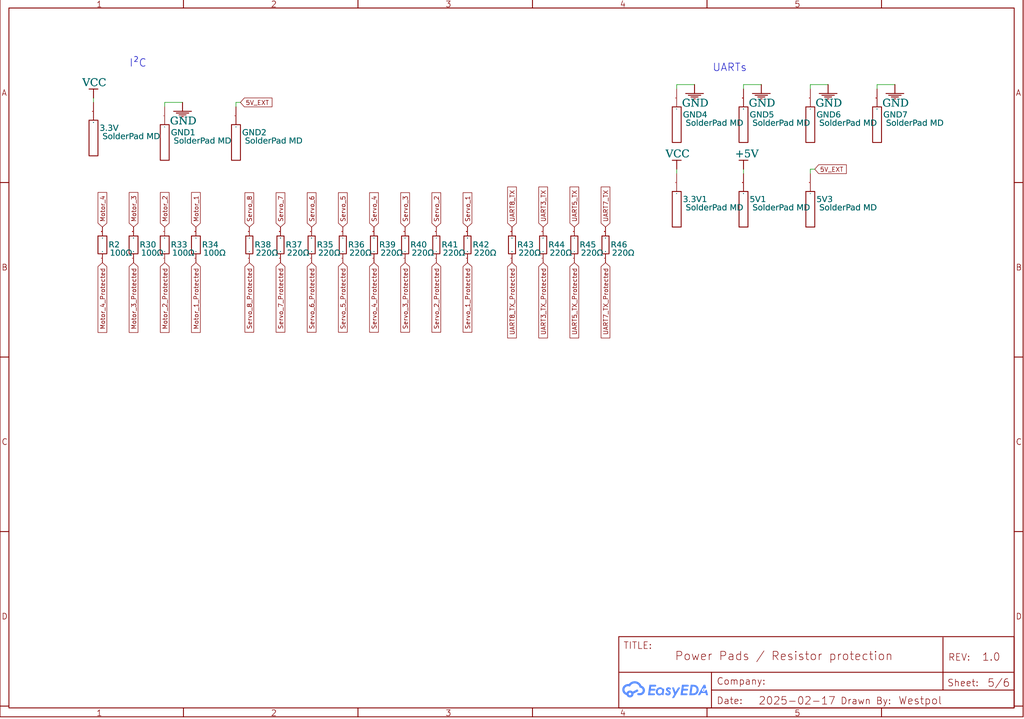
<source format=kicad_sch>
(kicad_sch (version 20250114) (generator "eeschema") (generator_version "9.0")
  (paper "User" 292.1 205.105)
  (lib_symbols
    (symbol "+5V" (power) (pin_numbers (hide yes)) (pin_names (hide yes))
      (property "Value" "+5V" (at 0 -3.81 0))
      (symbol "+5V_0_0"
        (pin power_in line (at 0 0 270) (length 0) (name "+5V") (number "1"))
      )
    )
    (symbol "CR0402FF2200G"
      (property "Reference" "R35" (at 1.524 0.8763 0))
      (property "Value" "220Ω" (at 1.524 -1.4097 0))
      (symbol "CR0402FF2200G_0_0"
        (pin input line (at 0 5.08 270) (length 2.54) (name "2") (number "2"))
        (pin input line (at 0 -5.08 90) (length 2.54) (name "1") (number "1"))
      )
    )
    (symbol "CR0402FF2200G_1"
      (property "Reference" "R36" (at 1.524 0.8763 0))
      (property "Value" "220Ω" (at 1.524 -1.4097 0))
      (symbol "CR0402FF2200G_1_0_0"
        (pin input line (at 0 5.08 270) (length 2.54) (name "2") (number "2"))
        (pin input line (at 0 -5.08 90) (length 2.54) (name "1") (number "1"))
      )
    )
    (symbol "CR0402FF2200G_10"
      (property "Reference" "R45" (at 1.524 0.8763 0))
      (property "Value" "220Ω" (at 1.524 -1.4097 0))
      (symbol "CR0402FF2200G_10_0_0"
        (pin input line (at 0 5.08 270) (length 2.54) (name "2") (number "2"))
        (pin input line (at 0 -5.08 90) (length 2.54) (name "1") (number "1"))
      )
    )
    (symbol "CR0402FF2200G_11"
      (property "Reference" "R46" (at 1.524 0.8763 0))
      (property "Value" "220Ω" (at 1.524 -1.4097 0))
      (symbol "CR0402FF2200G_11_0_0"
        (pin input line (at 0 5.08 270) (length 2.54) (name "2") (number "2"))
        (pin input line (at 0 -5.08 90) (length 2.54) (name "1") (number "1"))
      )
    )
    (symbol "CR0402FF2200G_2"
      (property "Reference" "R37" (at 1.524 0.8763 0))
      (property "Value" "220Ω" (at 1.524 -1.4097 0))
      (symbol "CR0402FF2200G_2_0_0"
        (pin input line (at 0 5.08 270) (length 2.54) (name "2") (number "2"))
        (pin input line (at 0 -5.08 90) (length 2.54) (name "1") (number "1"))
      )
    )
    (symbol "CR0402FF2200G_3"
      (property "Reference" "R38" (at 1.524 0.8763 0))
      (property "Value" "220Ω" (at 1.524 -1.4097 0))
      (symbol "CR0402FF2200G_3_0_0"
        (pin input line (at 0 5.08 270) (length 2.54) (name "2") (number "2"))
        (pin input line (at 0 -5.08 90) (length 2.54) (name "1") (number "1"))
      )
    )
    (symbol "CR0402FF2200G_4"
      (property "Reference" "R39" (at 1.524 0.8763 0))
      (property "Value" "220Ω" (at 1.524 -1.4097 0))
      (symbol "CR0402FF2200G_4_0_0"
        (pin input line (at 0 5.08 270) (length 2.54) (name "2") (number "2"))
        (pin input line (at 0 -5.08 90) (length 2.54) (name "1") (number "1"))
      )
    )
    (symbol "CR0402FF2200G_5"
      (property "Reference" "R40" (at 1.524 0.8763 0))
      (property "Value" "220Ω" (at 1.524 -1.4097 0))
      (symbol "CR0402FF2200G_5_0_0"
        (pin input line (at 0 5.08 270) (length 2.54) (name "2") (number "2"))
        (pin input line (at 0 -5.08 90) (length 2.54) (name "1") (number "1"))
      )
    )
    (symbol "CR0402FF2200G_6"
      (property "Reference" "R41" (at 1.524 0.8763 0))
      (property "Value" "220Ω" (at 1.524 -1.4097 0))
      (symbol "CR0402FF2200G_6_0_0"
        (pin input line (at 0 5.08 270) (length 2.54) (name "2") (number "2"))
        (pin input line (at 0 -5.08 90) (length 2.54) (name "1") (number "1"))
      )
    )
    (symbol "CR0402FF2200G_7"
      (property "Reference" "R42" (at 1.524 0.8763 0))
      (property "Value" "220Ω" (at 1.524 -1.4097 0))
      (symbol "CR0402FF2200G_7_0_0"
        (pin input line (at 0 5.08 270) (length 2.54) (name "2") (number "2"))
        (pin input line (at 0 -5.08 90) (length 2.54) (name "1") (number "1"))
      )
    )
    (symbol "CR0402FF2200G_8"
      (property "Reference" "R43" (at 1.524 0.8763 0))
      (property "Value" "220Ω" (at 1.524 -1.4097 0))
      (symbol "CR0402FF2200G_8_0_0"
        (pin input line (at 0 5.08 270) (length 2.54) (name "2") (number "2"))
        (pin input line (at 0 -5.08 90) (length 2.54) (name "1") (number "1"))
      )
    )
    (symbol "CR0402FF2200G_9"
      (property "Reference" "R44" (at 1.524 0.8763 0))
      (property "Value" "220Ω" (at 1.524 -1.4097 0))
      (symbol "CR0402FF2200G_9_0_0"
        (pin input line (at 0 5.08 270) (length 2.54) (name "2") (number "2"))
        (pin input line (at 0 -5.08 90) (length 2.54) (name "1") (number "1"))
      )
    )
    (symbol "GND" (power) (pin_numbers (hide yes)) (pin_names (hide yes))
      (property "Value" "GND" (at 0 -6.35 0))
      (symbol "GND_0_0"
        (pin power_in line (at 0 0 270) (length 0) (name "GND") (number "1"))
      )
    )
    (symbol "RC0402FR-07100RL_C2935235"
      (property "Reference" "R2" (at 1.778 0.8763 0))
      (property "Value" "100Ω" (at 1.778 -1.4097 0))
      (symbol "RC0402FR-07100RL_C2935235_0_0"
        (pin unspecified line (at 0 5.08 270) (length 2.54) (name "2") (number "2"))
        (pin unspecified line (at 0 -5.08 90) (length 2.54) (name "1") (number "1"))
      )
    )
    (symbol "RC0402FR-07100RL_C2935235_1"
      (property "Reference" "R30" (at 1.778 0.8763 0))
      (property "Value" "100Ω" (at 1.778 -1.4097 0))
      (symbol "RC0402FR-07100RL_C2935235_1_0_0"
        (pin unspecified line (at 0 5.08 270) (length 2.54) (name "2") (number "2"))
        (pin unspecified line (at 0 -5.08 90) (length 2.54) (name "1") (number "1"))
      )
    )
    (symbol "RC0402FR-07100RL_C2935235_2"
      (property "Reference" "R33" (at 1.778 0.8763 0))
      (property "Value" "100Ω" (at 1.778 -1.4097 0))
      (symbol "RC0402FR-07100RL_C2935235_2_0_0"
        (pin unspecified line (at 0 5.08 270) (length 2.54) (name "2") (number "2"))
        (pin unspecified line (at 0 -5.08 90) (length 2.54) (name "1") (number "1"))
      )
    )
    (symbol "RC0402FR-07100RL_C2935235_3"
      (property "Reference" "R34" (at 1.778 0.8763 0))
      (property "Value" "100Ω" (at 1.778 -1.4097 0))
      (symbol "RC0402FR-07100RL_C2935235_3_0_0"
        (pin unspecified line (at 0 5.08 270) (length 2.54) (name "2") (number "2"))
        (pin unspecified line (at 0 -5.08 90) (length 2.54) (name "1") (number "1"))
      )
    )
    (symbol "SolderPad MD"
      (property "Reference" "GND1" (at 1.778 -1.4097 0))
      (property "Value" "SolderPad MD" (at 1.778 -3.7211 0))
      (symbol "SolderPad MD_0_0"
        (pin unspecified line (at 0 5.08 270) (length 5.08) (name "1") (number "1"))
      )
    )
    (symbol "SolderPad MD_1"
      (property "Reference" "GND4" (at 1.778 -1.4097 0))
      (property "Value" "SolderPad MD" (at 1.778 -3.7211 0))
      (symbol "SolderPad MD_1_0_0"
        (pin unspecified line (at 0 5.08 270) (length 5.08) (name "1") (number "1"))
      )
    )
    (symbol "SolderPad MD_2"
      (property "Reference" "3.3V" (at 1.778 -1.4097 0))
      (property "Value" "SolderPad MD" (at 1.778 -3.7211 0))
      (symbol "SolderPad MD_2_0_0"
        (pin unspecified line (at 0 5.08 270) (length 5.08) (name "1") (number "1"))
      )
    )
    (symbol "SolderPad MD_3"
      (property "Reference" "GND5" (at 1.778 -1.4097 0))
      (property "Value" "SolderPad MD" (at 1.778 -3.7211 0))
      (symbol "SolderPad MD_3_0_0"
        (pin unspecified line (at 0 5.08 270) (length 5.08) (name "1") (number "1"))
      )
    )
    (symbol "SolderPad MD_4"
      (property "Reference" "GND6" (at 1.778 -1.4097 0))
      (property "Value" "SolderPad MD" (at 1.778 -3.7211 0))
      (symbol "SolderPad MD_4_0_0"
        (pin unspecified line (at 0 5.08 270) (length 5.08) (name "1") (number "1"))
      )
    )
    (symbol "SolderPad MD_5"
      (property "Reference" "GND7" (at 1.778 -1.4097 0))
      (property "Value" "SolderPad MD" (at 1.778 -3.7211 0))
      (symbol "SolderPad MD_5_0_0"
        (pin unspecified line (at 0 5.08 270) (length 5.08) (name "1") (number "1"))
      )
    )
    (symbol "SolderPad MD_6"
      (property "Reference" "3.3V1" (at 1.778 -1.4097 0))
      (property "Value" "SolderPad MD" (at 1.778 -3.7211 0))
      (symbol "SolderPad MD_6_0_0"
        (pin unspecified line (at 0 5.08 270) (length 5.08) (name "1") (number "1"))
      )
    )
    (symbol "SolderPad MD_7"
      (property "Reference" "5V1" (at 1.778 -1.4097 0))
      (property "Value" "SolderPad MD" (at 1.778 -3.7211 0))
      (symbol "SolderPad MD_7_0_0"
        (pin unspecified line (at 0 5.08 270) (length 5.08) (name "1") (number "1"))
      )
    )
    (symbol "SolderPad MD_8"
      (property "Reference" "5V3" (at 1.778 -1.4097 0))
      (property "Value" "SolderPad MD" (at 1.778 -3.7211 0))
      (symbol "SolderPad MD_8_0_0"
        (pin unspecified line (at 0 5.08 270) (length 5.08) (name "1") (number "1"))
      )
    )
    (symbol "SolderPad MD_9"
      (property "Reference" "GND2" (at 1.778 -1.4097 0))
      (property "Value" "SolderPad MD" (at 1.778 -3.7211 0))
      (symbol "SolderPad MD_9_0_0"
        (pin unspecified line (at 0 5.08 270) (length 5.08) (name "1") (number "1"))
      )
    )
    (symbol "Unknown_0_-806"
      (symbol "Unknown_0_-806_0_0"
        (text "A" (at 0.381 -25.7429 0) (effects (font (size 1.6891 1.6891)) (justify left top)))
        (text "B" (at 0.381 -75.5269 0) (effects (font (size 1.6891 1.6891)) (justify left top)))
        (text "C" (at 0.381 -125.3109 0) (effects (font (size 1.6891 1.6891)) (justify left top)))
        (text "D" (at 0.381 -175.0949 0) (effects (font (size 1.6891 1.6891)) (justify left top)))
        (text "1" (at 27.432 -0.4699 0) (effects (font (size 1.6891 1.6891)) (justify left top)))
        (text "1" (at 27.432 -202.6539 0) (effects (font (size 1.6891 1.6891)) (justify left top)))
        (text "2" (at 77.216 -0.4699 0) (effects (font (size 1.6891 1.6891)) (justify left top)))
        (text "2" (at 77.216 -202.6539 0) (effects (font (size 1.6891 1.6891)) (justify left top)))
        (text "3" (at 127 -0.4699 0) (effects (font (size 1.6891 1.6891)) (justify left top)))
        (text "3" (at 127 -202.6539 0) (effects (font (size 1.6891 1.6891)) (justify left top)))
        (text "4" (at 176.784 -0.4699 0) (effects (font (size 1.6891 1.6891)) (justify left top)))
        (text "4" (at 176.784 -202.6539 0) (effects (font (size 1.6891 1.6891)) (justify left top)))
        (text "TITLE:" (at 177.7746 -183.2356 0) (effects (font (size 1.9304 1.9304)) (justify left top)))
        (text "Power Pads / Resistor protection" (at 192.4304 -185.928 0) (effects (font (size 2.413 2.413)) (justify left top)))
        (text "Company:" (at 204.3684 -193.4464 0) (effects (font (size 1.9304 1.9304)) (justify left top)))
        (text "Date:" (at 204.3684 -198.9836 0) (effects (font (size 1.9304 1.9304)) (justify left top)))
        (text "2025-02-17" (at 216.3064 -198.8439 0) (effects (font (size 2.1717 2.1717)) (justify left top)))
        (text "5" (at 226.568 -0.4699 0) (effects (font (size 1.6891 1.6891)) (justify left top)))
        (text "5" (at 226.568 -202.6539 0) (effects (font (size 1.6891 1.6891)) (justify left top)))
        (text "Drawn By:" (at 239.6744 -199.0344 0) (effects (font (size 1.9304 1.9304)) (justify left top)))
        (text "Westpol" (at 256.1844 -198.7931 0) (effects (font (size 2.1717 2.1717)) (justify left top)))
        (text "Sheet:" (at 270.1544 -193.9036 0) (effects (font (size 1.9304 1.9304)) (justify left top)))
        (text "REV:" (at 270.4084 -186.5884 0) (effects (font (size 1.9304 1.9304)) (justify left top)))
        (text "1.0" (at 280.0604 -186.3471 0) (effects (font (size 2.1717 2.1717)) (justify left top)))
        (text "5/6" (at 281.5844 -193.7639 0) (effects (font (size 2.1717 2.1717)) (justify left top)))
        (text "A" (at 289.687 -25.7429 0) (effects (font (size 1.6891 1.6891)) (justify left top)))
        (text "B" (at 289.687 -75.5269 0) (effects (font (size 1.6891 1.6891)) (justify left top)))
        (text "C" (at 289.687 -125.3109 0) (effects (font (size 1.6891 1.6891)) (justify left top)))
        (text "D" (at 289.687 -175.0949 0) (effects (font (size 1.6891 1.6891)) (justify left top)))
      )
    )
    (symbol "VCC" (power) (pin_numbers (hide yes)) (pin_names (hide yes))
      (property "Value" "VCC" (at 0 -3.81 0))
      (symbol "VCC_0_0"
        (pin power_in line (at 0 0 270) (length 0) (name "VCC") (number "1"))
      )
    )
  )
  (text "I²C" (at 36.83 16.8783 0) (effects (font (size 2.1717 2.1717)) (justify left top)))
  (text "UARTs" (at 203.2 18.1483 0) (effects (font (size 2.1717 2.1717)) (justify left top)))
  (wire (pts (xy 193.04 48.26) (xy 193.04 49.53)))
  (wire (pts (xy 193.04 24.13) (xy 193.04 25.4)))
  (wire (pts (xy 46.99 29.21) (xy 46.99 30.48)))
  (wire (pts (xy 231.14 48.26) (xy 231.14 49.53)))
  (wire (pts (xy 232.41 48.26) (xy 231.14 48.26)))
  (wire (pts (xy 198.12 24.13) (xy 193.04 24.13)))
  (wire (pts (xy 236.22 24.13) (xy 231.14 24.13)))
  (wire (pts (xy 67.31 29.21) (xy 67.31 30.48)))
  (wire (pts (xy 231.14 24.13) (xy 231.14 25.4)))
  (wire (pts (xy 26.67 27.94) (xy 26.67 29.21)))
  (wire (pts (xy 52.07 29.21) (xy 46.99 29.21)))
  (wire (pts (xy 217.17 24.13) (xy 212.09 24.13)))
  (wire (pts (xy 68.58 29.21) (xy 67.31 29.21)))
  (wire (pts (xy 212.09 48.26) (xy 212.09 49.53)))
  (wire (pts (xy 212.09 24.13) (xy 212.09 25.4)))
  (wire (pts (xy 255.27 24.13) (xy 250.19 24.13)))
  (wire (pts (xy 250.19 24.13) (xy 250.19 25.4)))
  (global_label "5V_EXT" (shape input) (at 232.41 48.26 0) (property "Intersheetrefs" "${INTERSHEET_REFS}" (effects (hide yes))))
  (global_label "Servo_5" (shape input) (at 97.79 64.77 90) (property "Intersheetrefs" "${INTERSHEET_REFS}" (effects (hide yes))))
  (global_label "UART8_TX" (shape input) (at 146.05 64.77 90) (property "Intersheetrefs" "${INTERSHEET_REFS}" (effects (hide yes))))
  (global_label "Motor_2" (shape input) (at 46.99 64.77 90) (property "Intersheetrefs" "${INTERSHEET_REFS}" (effects (hide yes))))
  (global_label "Motor_3_Protected" (shape input) (at 38.1 74.93 270) (property "Intersheetrefs" "${INTERSHEET_REFS}" (effects (hide yes))))
  (global_label "Servo_8_Protected" (shape input) (at 71.12 74.93 270) (property "Intersheetrefs" "${INTERSHEET_REFS}" (effects (hide yes))))
  (global_label "UART3_TX_Protected" (shape input) (at 154.94 74.93 270) (property "Intersheetrefs" "${INTERSHEET_REFS}" (effects (hide yes))))
  (global_label "Motor_2_Protected" (shape input) (at 46.99 74.93 270) (property "Intersheetrefs" "${INTERSHEET_REFS}" (effects (hide yes))))
  (global_label "Servo_8" (shape input) (at 71.12 64.77 90) (property "Intersheetrefs" "${INTERSHEET_REFS}" (effects (hide yes))))
  (global_label "Servo_7_Protected" (shape input) (at 80.01 74.93 270) (property "Intersheetrefs" "${INTERSHEET_REFS}" (effects (hide yes))))
  (global_label "5V_EXT" (shape input) (at 68.58 29.21 0) (property "Intersheetrefs" "${INTERSHEET_REFS}" (effects (hide yes))))
  (global_label "Servo_2" (shape input) (at 124.46 64.77 90) (property "Intersheetrefs" "${INTERSHEET_REFS}" (effects (hide yes))))
  (global_label "UART8_TX_Protected" (shape input) (at 146.05 74.93 270) (property "Intersheetrefs" "${INTERSHEET_REFS}" (effects (hide yes))))
  (global_label "Servo_3_Protected" (shape input) (at 115.57 74.93 270) (property "Intersheetrefs" "${INTERSHEET_REFS}" (effects (hide yes))))
  (global_label "Motor_3" (shape input) (at 38.1 64.77 90) (property "Intersheetrefs" "${INTERSHEET_REFS}" (effects (hide yes))))
  (global_label "UART5_TX_Protected" (shape input) (at 163.83 74.93 270) (property "Intersheetrefs" "${INTERSHEET_REFS}" (effects (hide yes))))
  (global_label "Servo_5_Protected" (shape input) (at 97.79 74.93 270) (property "Intersheetrefs" "${INTERSHEET_REFS}" (effects (hide yes))))
  (global_label "Servo_1" (shape input) (at 133.35 64.77 90) (property "Intersheetrefs" "${INTERSHEET_REFS}" (effects (hide yes))))
  (global_label "UART5_TX" (shape input) (at 163.83 64.77 90) (property "Intersheetrefs" "${INTERSHEET_REFS}" (effects (hide yes))))
  (global_label "UART7_TX_Protected" (shape input) (at 172.72 74.93 270) (property "Intersheetrefs" "${INTERSHEET_REFS}" (effects (hide yes))))
  (global_label "UART7_TX" (shape input) (at 172.72 64.77 90) (property "Intersheetrefs" "${INTERSHEET_REFS}" (effects (hide yes))))
  (global_label "Servo_4" (shape input) (at 106.68 64.77 90) (property "Intersheetrefs" "${INTERSHEET_REFS}" (effects (hide yes))))
  (global_label "Servo_6" (shape input) (at 88.9 64.77 90) (property "Intersheetrefs" "${INTERSHEET_REFS}" (effects (hide yes))))
  (global_label "Servo_3" (shape input) (at 115.57 64.77 90) (property "Intersheetrefs" "${INTERSHEET_REFS}" (effects (hide yes))))
  (global_label "Motor_1_Protected" (shape input) (at 55.88 74.93 270) (property "Intersheetrefs" "${INTERSHEET_REFS}" (effects (hide yes))))
  (global_label "Motor_4" (shape input) (at 29.21 64.77 90) (property "Intersheetrefs" "${INTERSHEET_REFS}" (effects (hide yes))))
  (global_label "Motor_1" (shape input) (at 55.88 64.77 90) (property "Intersheetrefs" "${INTERSHEET_REFS}" (effects (hide yes))))
  (global_label "Servo_2_Protected" (shape input) (at 124.46 74.93 270) (property "Intersheetrefs" "${INTERSHEET_REFS}" (effects (hide yes))))
  (global_label "Servo_4_Protected" (shape input) (at 106.68 74.93 270) (property "Intersheetrefs" "${INTERSHEET_REFS}" (effects (hide yes))))
  (global_label "Servo_7" (shape input) (at 80.01 64.77 90) (property "Intersheetrefs" "${INTERSHEET_REFS}" (effects (hide yes))))
  (global_label "Servo_1_Protected" (shape input) (at 133.35 74.93 270) (property "Intersheetrefs" "${INTERSHEET_REFS}" (effects (hide yes))))
  (global_label "UART3_TX" (shape input) (at 154.94 64.77 90) (property "Intersheetrefs" "${INTERSHEET_REFS}" (effects (hide yes))))
  (global_label "Servo_6_Protected" (shape input) (at 88.9 74.93 270) (property "Intersheetrefs" "${INTERSHEET_REFS}" (effects (hide yes))))
  (global_label "Motor_4_Protected" (shape input) (at 29.21 74.93 270) (property "Intersheetrefs" "${INTERSHEET_REFS}" (effects (hide yes))))
  (symbol (lib_id "SolderPad MD_8") (at 231.14 54.61 0) (unit 0)
    (property "Reference" "5V3" (at 232.918 56.0197 0) (effects (font (size 1.6891 1.6891)) (justify left top)))
    (property "Value" "SolderPad MD" (at 232.918 58.3311 0) (effects (font (size 1.6891 1.6891)) (justify left top)))
  )
  (symbol (lib_id "CR0402FF2200G_8") (at 146.05 69.85 0) (unit 0)
    (property "Reference" "R43" (at 147.574 68.9737 0) (effects (font (size 1.6891 1.6891)) (justify left top)))
    (property "Value" "220Ω" (at 147.574 71.2597 0) (effects (font (size 1.6891 1.6891)) (justify left top)))
    (property "Manufacturer Part" "CR0402FF2200G" (effects (hide yes)))
    (property "Manufacturer" "LIZ(丽智电子)" (effects (hide yes)))
    (property "Supplier Part" "C100308" (effects (hide yes)))
    (property "Supplier" "LCSC" (effects (hide yes)))
  )
  (symbol (lib_id "CR0402FF2200G_11") (at 172.72 69.85 0) (unit 0)
    (property "Reference" "R46" (at 174.244 68.9737 0) (effects (font (size 1.6891 1.6891)) (justify left top)))
    (property "Value" "220Ω" (at 174.244 71.2597 0) (effects (font (size 1.6891 1.6891)) (justify left top)))
    (property "Manufacturer Part" "CR0402FF2200G" (effects (hide yes)))
    (property "Manufacturer" "LIZ(丽智电子)" (effects (hide yes)))
    (property "Supplier Part" "C100308" (effects (hide yes)))
    (property "Supplier" "LCSC" (effects (hide yes)))
  )
  (symbol (lib_id "RC0402FR-07100RL_C2935235") (at 29.21 69.85 0) (unit 0)
    (property "Reference" "R2" (at 30.988 68.9737 0) (effects (font (size 1.6891 1.6891)) (justify left top)))
    (property "Value" "100Ω" (at 30.988 71.2597 0) (effects (font (size 1.6891 1.6891)) (justify left top)))
    (property "Datasheet" "https://lcsc.com/eda_search?q=C2935235&%26type=1&ref=editor" (effects (hide yes)))
    (property "Manufacturer Part" "RC0402FR-07100RL" (effects (hide yes)))
    (property "Manufacturer" "YAGEO(国巨)" (effects (hide yes)))
    (property "Supplier Part" "C2935235" (effects (hide yes)))
    (property "Supplier" "LCSC" (effects (hide yes)))
  )
  (symbol (lib_id "SolderPad MD_6") (at 193.04 54.61 0) (unit 0)
    (property "Reference" "3.3V1" (at 194.818 56.0197 0) (effects (font (size 1.6891 1.6891)) (justify left top)))
    (property "Value" "SolderPad MD" (at 194.818 58.3311 0) (effects (font (size 1.6891 1.6891)) (justify left top)))
  )
  (symbol (lib_id "+5V") (at 212.09 48.26 0) (mirror x) (unit 0)
    (property "Reference" "#PWR?" (effects (hide yes)))
    (property "Value" "+5V" (at 209.55 45.212 0) (effects (font (size 2.1717 2.1717)) (justify left top)))
    (property "Description" "Power symbol creates a global label with name '+5V'" (effects (hide yes)))
  )
  (symbol (lib_id "SolderPad MD_5") (at 250.19 30.48 0) (unit 0)
    (property "Reference" "GND7" (at 251.968 31.8897 0) (effects (font (size 1.6891 1.6891)) (justify left top)))
    (property "Value" "SolderPad MD" (at 251.968 34.2011 0) (effects (font (size 1.6891 1.6891)) (justify left top)))
  )
  (symbol (lib_id "CR0402FF2200G_1") (at 97.79 69.85 0) (unit 0)
    (property "Reference" "R36" (at 99.314 68.9737 0) (effects (font (size 1.6891 1.6891)) (justify left top)))
    (property "Value" "220Ω" (at 99.314 71.2597 0) (effects (font (size 1.6891 1.6891)) (justify left top)))
    (property "Manufacturer Part" "CR0402FF2200G" (effects (hide yes)))
    (property "Manufacturer" "LIZ(丽智电子)" (effects (hide yes)))
    (property "Supplier Part" "C100308" (effects (hide yes)))
    (property "Supplier" "LCSC" (effects (hide yes)))
  )
  (symbol (lib_id "SolderPad MD_7") (at 212.09 54.61 0) (unit 0)
    (property "Reference" "5V1" (at 213.868 56.0197 0) (effects (font (size 1.6891 1.6891)) (justify left top)))
    (property "Value" "SolderPad MD" (at 213.868 58.3311 0) (effects (font (size 1.6891 1.6891)) (justify left top)))
  )
  (symbol (lib_id "GND") (at 198.12 24.13 0) (unit 0)
    (property "Reference" "#PWR?" (effects (hide yes)))
    (property "Value" "GND" (at 194.818 30.734 0) (effects (font (size 2.1717 2.1717)) (justify left bottom)))
    (property "Description" "Power symbol creates a global label with name 'GND'" (effects (hide yes)))
  )
  (symbol (lib_id "RC0402FR-07100RL_C2935235_1") (at 38.1 69.85 0) (unit 0)
    (property "Reference" "R30" (at 39.878 68.9737 0) (effects (font (size 1.6891 1.6891)) (justify left top)))
    (property "Value" "100Ω" (at 39.878 71.2597 0) (effects (font (size 1.6891 1.6891)) (justify left top)))
    (property "Datasheet" "https://lcsc.com/eda_search?q=C2935235&%26type=1&ref=editor" (effects (hide yes)))
    (property "Manufacturer Part" "RC0402FR-07100RL" (effects (hide yes)))
    (property "Manufacturer" "YAGEO(国巨)" (effects (hide yes)))
    (property "Supplier Part" "C2935235" (effects (hide yes)))
    (property "Supplier" "LCSC" (effects (hide yes)))
  )
  (symbol (lib_id "Unknown_0_-806") (at 0 -0.254 0) (unit 0)
    (property "Reference" "A" (effects (hide yes)))
    (property "Value" "A" (effects (hide yes)))
    (property "Manufacturer Part" "?" (effects (hide yes)))
  )
  (symbol (lib_id "SolderPad MD_1") (at 193.04 30.48 0) (unit 0)
    (property "Reference" "GND4" (at 194.818 31.8897 0) (effects (font (size 1.6891 1.6891)) (justify left top)))
    (property "Value" "SolderPad MD" (at 194.818 34.2011 0) (effects (font (size 1.6891 1.6891)) (justify left top)))
  )
  (symbol (lib_id "GND") (at 236.22 24.13 0) (unit 0)
    (property "Reference" "#PWR?" (effects (hide yes)))
    (property "Value" "GND" (at 232.918 30.734 0) (effects (font (size 2.1717 2.1717)) (justify left bottom)))
    (property "Description" "Power symbol creates a global label with name 'GND'" (effects (hide yes)))
  )
  (symbol (lib_id "RC0402FR-07100RL_C2935235_2") (at 46.99 69.85 0) (unit 0)
    (property "Reference" "R33" (at 48.768 68.9737 0) (effects (font (size 1.6891 1.6891)) (justify left top)))
    (property "Value" "100Ω" (at 48.768 71.2597 0) (effects (font (size 1.6891 1.6891)) (justify left top)))
    (property "Datasheet" "https://lcsc.com/eda_search?q=C2935235&%26type=1&ref=editor" (effects (hide yes)))
    (property "Manufacturer Part" "RC0402FR-07100RL" (effects (hide yes)))
    (property "Manufacturer" "YAGEO(国巨)" (effects (hide yes)))
    (property "Supplier Part" "C2935235" (effects (hide yes)))
    (property "Supplier" "LCSC" (effects (hide yes)))
  )
  (symbol (lib_id "SolderPad MD_9") (at 67.31 35.56 0) (unit 0)
    (property "Reference" "GND2" (at 69.088 36.9697 0) (effects (font (size 1.6891 1.6891)) (justify left top)))
    (property "Value" "SolderPad MD" (at 69.088 39.2811 0) (effects (font (size 1.6891 1.6891)) (justify left top)))
  )
  (symbol (lib_id "SolderPad MD_2") (at 26.67 34.29 0) (unit 0)
    (property "Reference" "3.3V" (at 28.448 35.6997 0) (effects (font (size 1.6891 1.6891)) (justify left top)))
    (property "Value" "SolderPad MD" (at 28.448 38.0111 0) (effects (font (size 1.6891 1.6891)) (justify left top)))
  )
  (symbol (lib_id "CR0402FF2200G_10") (at 163.83 69.85 0) (unit 0)
    (property "Reference" "R45" (at 165.354 68.9737 0) (effects (font (size 1.6891 1.6891)) (justify left top)))
    (property "Value" "220Ω" (at 165.354 71.2597 0) (effects (font (size 1.6891 1.6891)) (justify left top)))
    (property "Manufacturer Part" "CR0402FF2200G" (effects (hide yes)))
    (property "Manufacturer" "LIZ(丽智电子)" (effects (hide yes)))
    (property "Supplier Part" "C100308" (effects (hide yes)))
    (property "Supplier" "LCSC" (effects (hide yes)))
  )
  (symbol (lib_id "SolderPad MD_4") (at 231.14 30.48 0) (unit 0)
    (property "Reference" "GND6" (at 232.918 31.8897 0) (effects (font (size 1.6891 1.6891)) (justify left top)))
    (property "Value" "SolderPad MD" (at 232.918 34.2011 0) (effects (font (size 1.6891 1.6891)) (justify left top)))
  )
  (symbol (lib_id "GND") (at 255.27 24.13 0) (unit 0)
    (property "Reference" "#PWR?" (effects (hide yes)))
    (property "Value" "GND" (at 251.968 30.734 0) (effects (font (size 2.1717 2.1717)) (justify left bottom)))
    (property "Description" "Power symbol creates a global label with name 'GND'" (effects (hide yes)))
  )
  (symbol (lib_id "CR0402FF2200G") (at 88.9 69.85 0) (unit 0)
    (property "Reference" "R35" (at 90.424 68.9737 0) (effects (font (size 1.6891 1.6891)) (justify left top)))
    (property "Value" "220Ω" (at 90.424 71.2597 0) (effects (font (size 1.6891 1.6891)) (justify left top)))
    (property "Manufacturer Part" "CR0402FF2200G" (effects (hide yes)))
    (property "Manufacturer" "LIZ(丽智电子)" (effects (hide yes)))
    (property "Supplier Part" "C100308" (effects (hide yes)))
    (property "Supplier" "LCSC" (effects (hide yes)))
  )
  (symbol (lib_id "CR0402FF2200G_7") (at 133.35 69.85 0) (unit 0)
    (property "Reference" "R42" (at 134.874 68.9737 0) (effects (font (size 1.6891 1.6891)) (justify left top)))
    (property "Value" "220Ω" (at 134.874 71.2597 0) (effects (font (size 1.6891 1.6891)) (justify left top)))
    (property "Manufacturer Part" "CR0402FF2200G" (effects (hide yes)))
    (property "Manufacturer" "LIZ(丽智电子)" (effects (hide yes)))
    (property "Supplier Part" "C100308" (effects (hide yes)))
    (property "Supplier" "LCSC" (effects (hide yes)))
  )
  (symbol (lib_id "GND") (at 52.07 29.21 0) (unit 0)
    (property "Reference" "#PWR?" (effects (hide yes)))
    (property "Value" "GND" (at 48.768 35.814 0) (effects (font (size 2.1717 2.1717)) (justify left bottom)))
    (property "Description" "Power symbol creates a global label with name 'GND'" (effects (hide yes)))
  )
  (symbol (lib_id "CR0402FF2200G_3") (at 71.12 69.85 0) (unit 0)
    (property "Reference" "R38" (at 72.644 68.9737 0) (effects (font (size 1.6891 1.6891)) (justify left top)))
    (property "Value" "220Ω" (at 72.644 71.2597 0) (effects (font (size 1.6891 1.6891)) (justify left top)))
    (property "Manufacturer Part" "CR0402FF2200G" (effects (hide yes)))
    (property "Manufacturer" "LIZ(丽智电子)" (effects (hide yes)))
    (property "Supplier Part" "C100308" (effects (hide yes)))
    (property "Supplier" "LCSC" (effects (hide yes)))
  )
  (symbol (lib_id "CR0402FF2200G_4") (at 106.68 69.85 0) (unit 0)
    (property "Reference" "R39" (at 108.204 68.9737 0) (effects (font (size 1.6891 1.6891)) (justify left top)))
    (property "Value" "220Ω" (at 108.204 71.2597 0) (effects (font (size 1.6891 1.6891)) (justify left top)))
    (property "Manufacturer Part" "CR0402FF2200G" (effects (hide yes)))
    (property "Manufacturer" "LIZ(丽智电子)" (effects (hide yes)))
    (property "Supplier Part" "C100308" (effects (hide yes)))
    (property "Supplier" "LCSC" (effects (hide yes)))
  )
  (symbol (lib_id "SolderPad MD_3") (at 212.09 30.48 0) (unit 0)
    (property "Reference" "GND5" (at 213.868 31.8897 0) (effects (font (size 1.6891 1.6891)) (justify left top)))
    (property "Value" "SolderPad MD" (at 213.868 34.2011 0) (effects (font (size 1.6891 1.6891)) (justify left top)))
  )
  (symbol (lib_id "CR0402FF2200G_9") (at 154.94 69.85 0) (unit 0)
    (property "Reference" "R44" (at 156.464 68.9737 0) (effects (font (size 1.6891 1.6891)) (justify left top)))
    (property "Value" "220Ω" (at 156.464 71.2597 0) (effects (font (size 1.6891 1.6891)) (justify left top)))
    (property "Manufacturer Part" "CR0402FF2200G" (effects (hide yes)))
    (property "Manufacturer" "LIZ(丽智电子)" (effects (hide yes)))
    (property "Supplier Part" "C100308" (effects (hide yes)))
    (property "Supplier" "LCSC" (effects (hide yes)))
  )
  (symbol (lib_id "CR0402FF2200G_5") (at 115.57 69.85 0) (unit 0)
    (property "Reference" "R40" (at 117.094 68.9737 0) (effects (font (size 1.6891 1.6891)) (justify left top)))
    (property "Value" "220Ω" (at 117.094 71.2597 0) (effects (font (size 1.6891 1.6891)) (justify left top)))
    (property "Manufacturer Part" "CR0402FF2200G" (effects (hide yes)))
    (property "Manufacturer" "LIZ(丽智电子)" (effects (hide yes)))
    (property "Supplier Part" "C100308" (effects (hide yes)))
    (property "Supplier" "LCSC" (effects (hide yes)))
  )
  (symbol (lib_id "GND") (at 217.17 24.13 0) (unit 0)
    (property "Reference" "#PWR?" (effects (hide yes)))
    (property "Value" "GND" (at 213.868 30.734 0) (effects (font (size 2.1717 2.1717)) (justify left bottom)))
    (property "Description" "Power symbol creates a global label with name 'GND'" (effects (hide yes)))
  )
  (symbol (lib_id "SolderPad MD") (at 46.99 35.56 0) (unit 0)
    (property "Reference" "GND1" (at 48.768 36.9697 0) (effects (font (size 1.6891 1.6891)) (justify left top)))
    (property "Value" "SolderPad MD" (at 48.768 39.2811 0) (effects (font (size 1.6891 1.6891)) (justify left top)))
  )
  (symbol (lib_id "VCC") (at 193.04 48.26 0) (mirror x) (unit 0)
    (property "Reference" "#PWR?" (effects (hide yes)))
    (property "Value" "VCC" (at 189.992 45.212 0) (effects (font (size 2.1717 2.1717)) (justify left top)))
    (property "Description" "Power symbol creates a global label with name 'VCC'" (effects (hide yes)))
  )
  (symbol (lib_id "RC0402FR-07100RL_C2935235_3") (at 55.88 69.85 0) (unit 0)
    (property "Reference" "R34" (at 57.658 68.9737 0) (effects (font (size 1.6891 1.6891)) (justify left top)))
    (property "Value" "100Ω" (at 57.658 71.2597 0) (effects (font (size 1.6891 1.6891)) (justify left top)))
    (property "Datasheet" "https://lcsc.com/eda_search?q=C2935235&%26type=1&ref=editor" (effects (hide yes)))
    (property "Manufacturer Part" "RC0402FR-07100RL" (effects (hide yes)))
    (property "Manufacturer" "YAGEO(国巨)" (effects (hide yes)))
    (property "Supplier Part" "C2935235" (effects (hide yes)))
    (property "Supplier" "LCSC" (effects (hide yes)))
  )
  (symbol (lib_id "VCC") (at 26.67 27.94 0) (mirror x) (unit 0)
    (property "Reference" "#PWR?" (effects (hide yes)))
    (property "Value" "VCC" (at 23.622 24.892 0) (effects (font (size 2.1717 2.1717)) (justify left top)))
    (property "Description" "Power symbol creates a global label with name 'VCC'" (effects (hide yes)))
  )
  (symbol (lib_id "CR0402FF2200G_2") (at 80.01 69.85 0) (unit 0)
    (property "Reference" "R37" (at 81.534 68.9737 0) (effects (font (size 1.6891 1.6891)) (justify left top)))
    (property "Value" "220Ω" (at 81.534 71.2597 0) (effects (font (size 1.6891 1.6891)) (justify left top)))
    (property "Manufacturer Part" "CR0402FF2200G" (effects (hide yes)))
    (property "Manufacturer" "LIZ(丽智电子)" (effects (hide yes)))
    (property "Supplier Part" "C100308" (effects (hide yes)))
    (property "Supplier" "LCSC" (effects (hide yes)))
  )
  (symbol (lib_id "CR0402FF2200G_6") (at 124.46 69.85 0) (unit 0)
    (property "Reference" "R41" (at 125.984 68.9737 0) (effects (font (size 1.6891 1.6891)) (justify left top)))
    (property "Value" "220Ω" (at 125.984 71.2597 0) (effects (font (size 1.6891 1.6891)) (justify left top)))
    (property "Manufacturer Part" "CR0402FF2200G" (effects (hide yes)))
    (property "Manufacturer" "LIZ(丽智电子)" (effects (hide yes)))
    (property "Supplier Part" "C100308" (effects (hide yes)))
    (property "Supplier" "LCSC" (effects (hide yes)))
  )
)
</source>
